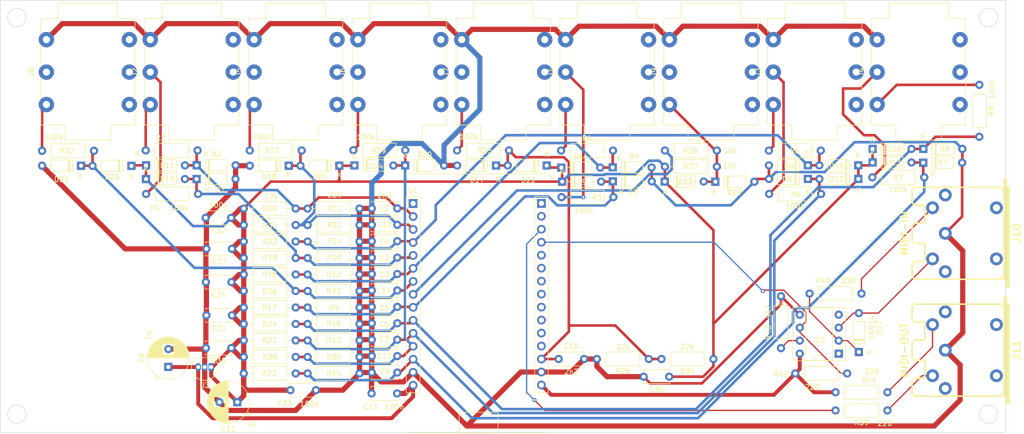
<source format=kicad_pcb>
(kicad_pcb (version 20211014) (generator pcbnew)
  (layers (0 "F.Cu" signal) (31 "B.Cu" signal) (34 "B.Paste" user) (35 "F.Paste" user) (36 "B.SilkS" user "B.Silkscreen") (37 "F.SilkS" user "F.Silkscreen") (38 "B.Mask" user) (39 "F.Mask" user) (44 "Edge.Cuts" user))
  (net 0 "")
  (net 1 "GPIO36")
  (net 2 "GND")
  (net 3 "GPIO35")
  (net 4 "GPIO32")
  (net 5 "GPIO34")
  (net 6 "GPIO27")
  (net 7 "GPIO26")
  (net 8 "GPIO14")
  (net 9 "5V")
  (net 10 "GPIO13")
  (net 11 "GPIO15")
  (net 12 "3V3")
  (net 13 "GPIO39")
  (net 14 "GPIO12")
  (net 15 "GPIO33")
  (net 16 "HI-HAT-CONTROL-TIP")
  (net 17 "Net-(D27-Pad1)")
  (net 18 "Net-(D27-Pad2)")
  (net 19 "HI-HAT-TIP")
  (net 20 "HI-HAT-RING")
  (net 21 "SNARE-TIP")
  (net 22 "SNARE-RING")
  (net 23 "CRASH1-TIP")
  (net 24 "CRASH1-RING")
  (net 25 "RIDE-TIP")
  (net 26 "RIDE-RING")
  (net 27 "TOM1-TIP")
  (net 29 "TOM2-TIP")
  (net 31 "TOM3-TIP")
  (net 33 "KICK-TIP")
  (net 37 "Net-(J10-Pad4)")
  (net 39 "Net-(J11-Pad5)")
  (net 41 "Net-(J11-Pad4)")
  (net 43 "GPIO25")
  (net 44 "UART_TX")
  (net 45 "UART_RX")
  (net 46 "Net-(R43-Pad2)")
  (net 48 "ESP-3V3")
  (footprint "Resistor_THT:R_Axial_DIN0207_L6.3mm_D2.5mm_P10.16mm_Horizontal" (layer "F.Cu") (at 73.682397 87.372454)
    (fp_text reference "R36")
    (fp_text value "22k")
  )
  (footprint "Resistor_THT:R_Axial_DIN0207_L6.3mm_D2.5mm_P10.16mm_Horizontal" (layer "F.Cu") (at 135.863676 69.005292)
    (fp_text reference "R3")
    (fp_text value "100k")
  )
  (footprint "edrumulus:Jack_6.35mm_Neutrik_NMJ6HCD2_Horizontal" (layer "F.Cu") (at 197.625 50.885 90)
    (fp_text reference "J4")
    (fp_text value "Ride")
  )
  (footprint "Resistor_THT:R_Axial_DIN0207_L6.3mm_D2.5mm_P10.16mm_Horizontal" (layer "F.Cu") (at 125.58702 59.865836 180)
    (fp_text reference "R25")
    (fp_text value "100k")
  )
  (footprint "Resistor_THT:R_Axial_DIN0207_L6.3mm_D2.5mm_P10.16mm_Horizontal" (layer "F.Cu") (at 199.644 110.744 180)
    (fp_text reference "R39")
    (fp_text value "220")
  )
  (footprint "Diode_THT:D_DO-35_SOD27_P7.62mm_Horizontal" (layer "F.Cu") (at 41.838317 62.858807 180)
    (fp_text reference "D21")
    (fp_text value "BAT85")
  )
  (footprint "Diode_THT:D_DO-35_SOD27_P7.62mm_Horizontal" (layer "F.Cu") (at 156.070967 65.958049)
    (fp_text reference "D23")
    (fp_text value "BAT85")
  )
  (footprint "Package_TO_SOT_THT:TO-92_Inline" (layer "F.Cu") (at 67.31 102.256 180)
    (fp_text reference "U3")
    (fp_text value "L78L33_TO92")
  )
  (footprint "Resistor_THT:R_Axial_DIN0207_L6.3mm_D2.5mm_P10.16mm_Horizontal" (layer "F.Cu") (at 86.17455 100.28112)
    (fp_text reference "R30")
    (fp_text value "22k")
  )
  (footprint "Resistor_THT:R_Axial_DIN0207_L6.3mm_D2.5mm_P10.16mm_Horizontal" (layer "F.Cu") (at 189.484 107.188)
    (fp_text reference "R41")
    (fp_text value "220")
  )
  (footprint "Diode_THT:D_DO-35_SOD27_P7.62mm_Horizontal" (layer "F.Cu") (at 194.056 99.314 90)
    (fp_text reference "D27")
    (fp_text value "1N914")
  )
  (footprint "Diode_THT:D_DO-35_SOD27_P7.62mm_Horizontal" (layer "F.Cu") (at 64.447927 65.464665)
    (fp_text reference "D1")
    (fp_text value "BAT85")
  )
  (footprint "Diode_THT:D_DO-35_SOD27_P7.62mm_Horizontal" (layer "F.Cu") (at 54.551521 65.464665)
    (fp_text reference "D10")
    (fp_text value "BAT85")
  )
  (footprint "Resistor_THT:R_Axial_DIN0207_L6.3mm_D2.5mm_P10.16mm_Horizontal" (layer "F.Cu") (at 86.17455 80.924634)
    (fp_text reference "R10")
    (fp_text value "22k")
  )
  (footprint "Capacitor_THT:C_Disc_D5.0mm_W2.5mm_P5.00mm" (layer "F.Cu") (at 103.735648 90.478154 180)
    (fp_text reference "C6")
    (fp_text value "2n2")
  )
  (footprint "Resistor_THT:R_Axial_DIN0207_L6.3mm_D2.5mm_P10.16mm_Horizontal" (layer "F.Cu") (at 86.17455 97.055039)
    (fp_text reference "R13")
    (fp_text value "22k")
  )
  (footprint "Diode_THT:D_DO-35_SOD27_P7.62mm_Horizontal" (layer "F.Cu") (at 105.255725 62.811992)
    (fp_text reference "D20")
    (fp_text value "BAT85")
  )
  (footprint "Capacitor_THT:C_Disc_D5.0mm_W2.5mm_P5.00mm" (layer "F.Cu") (at 103.735648 103.323854 180)
    (fp_text reference "C9")
    (fp_text value "2n2")
  )
  (footprint "edrumulus:Jack_6.35mm_Neutrik_NMJ6HCD2_Horizontal" (layer "F.Cu") (at 96.025 50.885 90)
    (fp_text reference "J6")
    (fp_text value "Tom2")
  )
  (footprint "Capacitor_THT:CP_Radial_D8.0mm_P3.50mm" (layer "F.Cu") (at 72.429919 109.123818 180)
    (fp_text reference "C11")
    (fp_text value "1µ")
  )
  (footprint "Capacitor_THT:C_Disc_D5.0mm_W2.5mm_P5.00mm" (layer "F.Cu") (at 71.378169 92.135739 180)
    (fp_text reference "C31")
    (fp_text value "100n")
  )
  (footprint "Resistor_THT:R_Axial_DIN0207_L6.3mm_D2.5mm_P10.16mm_Horizontal" (layer "F.Cu") (at 73.682397 97.053307)
    (fp_text reference "R21")
    (fp_text value "22k")
  )
  (footprint "Capacitor_THT:C_Disc_D5.0mm_W2.5mm_P5.00mm" (layer "F.Cu") (at 103.735648 100.112423 180)
    (fp_text reference "C13")
    (fp_text value "2n2")
  )
  (footprint "Capacitor_THT:C_Disc_D5.0mm_W2.5mm_P5.00mm" (layer "F.Cu") (at 103.735648 74.421039 180)
    (fp_text reference "C12")
    (fp_text value "2n2")
  )
  (footprint "Diode_THT:D_DO-35_SOD27_P7.62mm_Horizontal" (layer "F.Cu") (at 95.347607 62.811992)
    (fp_text reference "D24")
    (fp_text value "BAT85")
  )
  (footprint "Diode_THT:D_DO-35_SOD27_P7.62mm_Horizontal" (layer "F.Cu") (at 196.734199 59.564684)
    (fp_text reference "D16")
    (fp_text value "BAT85")
  )
  (footprint "Resistor_THT:R_Axial_DIN0207_L6.3mm_D2.5mm_P10.16mm_Horizontal" (layer "F.Cu") (at 44.375789 59.938583 180)
    (fp_text reference "R32")
    (fp_text value "100k")
  )
  (footprint "edrumulus:Jack_6.35mm_Neutrik_NMJ6HCD2_Horizontal" (layer "F.Cu") (at 116.345 50.885 90)
    (fp_text reference "J7")
    (fp_text value "Tom3")
  )
  (footprint "Resistor_THT:R_Axial_DIN0207_L6.3mm_D2.5mm_P10.16mm_Horizontal" (layer "F.Cu") (at 105.291662 59.818475 180)
    (fp_text reference "R29")
    (fp_text value "100k")
  )
  (footprint "Diode_THT:D_DO-35_SOD27_P7.62mm_Horizontal" (layer "F.Cu") (at 82.485774 62.858697 180)
    (fp_text reference "D18")
    (fp_text value "BAT85")
  )
  (footprint "Capacitor_THT:C_Disc_D5.0mm_W2.5mm_P5.00mm" (layer "F.Cu") (at 103.688516 107.423026 180)
    (fp_text reference "C15")
    (fp_text value "100n")
  )
  (footprint "Capacitor_THT:C_Disc_D5.0mm_W2.5mm_P5.00mm" (layer "F.Cu") (at 71.378169 79.12652 180)
    (fp_text reference "C37")
    (fp_text value "100n")
  )
  (footprint "Connectors_UNITRA:DIN-5" (layer "F.Cu") (at 213.964658 76.088771 90)
    (fp_text reference "J10")
    (fp_text value "MIDI-IN")
  )
  (footprint "Diode_THT:D_DO-35_SOD27_P7.62mm_Horizontal" (layer "F.Cu") (at 145.872707 63.187999)
    (fp_text reference "D4")
    (fp_text value "BAT85")
  )
  (footprint "edrumulus:Jack_6.35mm_Neutrik_NMJ6HCD2_Horizontal" (layer "F.Cu") (at 177.305 50.885 90)
    (fp_text reference "J3")
    (fp_text value "Crash")
  )
  (footprint "Diode_THT:D_DO-35_SOD27_P7.62mm_Horizontal" (layer "F.Cu") (at 64.470241 62.776139)
    (fp_text reference "D2")
    (fp_text value "BAT85")
  )
  (footprint "Diode_THT:D_DO-35_SOD27_P7.62mm_Horizontal" (layer "F.Cu") (at 92.402325 62.858697 180)
    (fp_text reference "D25")
    (fp_text value "BAT85")
  )
  (footprint "Resistor_THT:R_Axial_DIN0207_L6.3mm_D2.5mm_P10.16mm_Horizontal" (layer "F.Cu") (at 86.17455 71.246391)
    (fp_text reference "R11")
    (fp_text value "22k")
  )
  (footprint "Diode_THT:D_DO-35_SOD27_P7.62mm_Horizontal" (layer "F.Cu") (at 206.68448 59.564684)
    (fp_text reference "D8")
    (fp_text value "BAT85")
  )
  (footprint "Capacitor_THT:C_Disc_D5.0mm_W2.5mm_P5.00mm" (layer "F.Cu") (at 103.735648 84.055308 180)
    (fp_text reference "C3")
    (fp_text value "2n2")
  )
  (footprint "Resistor_THT:R_Axial_DIN0207_L6.3mm_D2.5mm_P10.16mm_Horizontal" (layer "F.Cu") (at 73.682397 93.826356)
    (fp_text reference "R24")
    (fp_text value "22k")
  )
  (footprint "Resistor_THT:R_Axial_DIN0207_L6.3mm_D2.5mm_P10.16mm_Horizontal" (layer "F.Cu") (at 135.779352 59.891133)
    (fp_text reference "R4")
    (fp_text value "100k")
  )
  (footprint "Capacitor_THT:C_Disc_D5.0mm_W2.5mm_P5.00mm" (layer "F.Cu") (at 103.735648 87.266731 180)
    (fp_text reference "C14")
    (fp_text value "2n2")
  )
  (footprint "Resistor_THT:R_Axial_DIN0207_L6.3mm_D2.5mm_P10.16mm_Horizontal" (layer "F.Cu") (at 176.444212 59.894149)
    (fp_text reference "R6")
    (fp_text value "100k")
  )
  (footprint "Resistor_THT:R_Axial_DIN0207_L6.3mm_D2.5mm_P10.16mm_Horizontal" (layer "F.Cu") (at 86.17455 77.698553)
    (fp_text reference "R14")
    (fp_text value "22k")
  )
  (footprint "Diode_THT:D_DO-35_SOD27_P7.62mm_Horizontal" (layer "F.Cu") (at 54.561458 62.791674)
    (fp_text reference "D11")
    (fp_text value "BAT85")
  )
  (footprint "Resistor_THT:R_Axial_DIN0207_L6.3mm_D2.5mm_P10.16mm_Horizontal" (layer "F.Cu") (at 73.682397 84.145503)
    (fp_text reference "R18")
    (fp_text value "22k")
  )
  (footprint "Diode_THT:D_DO-35_SOD27_P7.62mm_Horizontal" (layer "F.Cu") (at 123.052154 62.81719 180)
    (fp_text reference "D17")
    (fp_text value "BAT85")
  )
  (footprint "Diode_THT:D_DO-35_SOD27_P7.62mm_Horizontal" (layer "F.Cu") (at 165.979085 65.993184)
    (fp_text reference "D19")
    (fp_text value "BAT85")
  )
  (footprint "Resistor_THT:R_Axial_DIN0207_L6.3mm_D2.5mm_P10.16mm_Horizontal" (layer "F.Cu") (at 86.17455 84.150715)
    (fp_text reference "R12")
    (fp_text value "22k")
  )
  (footprint "Resistor_THT:R_Axial_DIN0207_L6.3mm_D2.5mm_P10.16mm_Horizontal" (layer "F.Cu") (at 191.76558 103.50831 180)
    (fp_text reference "R42")
    (fp_text value "220")
  )
  (footprint "Resistor_THT:R_Axial_DIN0207_L6.3mm_D2.5mm_P10.16mm_Horizontal" (layer "F.Cu") (at 86.17455 87.376796)
    (fp_text reference "R33")
    (fp_text value "22k")
  )
  (footprint "Resistor_THT:R_Axial_DIN0207_L6.3mm_D2.5mm_P10.16mm_Horizontal" (layer "F.Cu") (at 85.02064 59.873613 180)
    (fp_text reference "R27")
    (fp_text value "100k")
  )
  (footprint "Capacitor_THT:C_Disc_D5.0mm_W2.5mm_P5.00mm" (layer "F.Cu") (at 71.273256 85.631129 180)
    (fp_text reference "C34")
    (fp_text value "100n")
  )
  (footprint "Resistor_THT:R_Axial_DIN0207_L6.3mm_D2.5mm_P10.16mm_Horizontal" (layer "F.Cu") (at 217.616362 47.03064 -90)
    (fp_text reference "R8")
    (fp_text value "100k")
  )
  (footprint "Package_DIP:DIP-8_W7.62mm_Socket" (layer "F.Cu") (at 190.107893 99.628675 180)
    (fp_text reference "U2")
    (fp_text value "6N138")
  )
  (footprint "Resistor_THT:R_Axial_DIN0207_L6.3mm_D2.5mm_P10.16mm_Horizontal" (layer "F.Cu") (at 86.17455 103.50721)
    (fp_text reference "R15")
    (fp_text value "22k")
  )
  (footprint "Resistor_THT:R_Axial_DIN0207_L6.3mm_D2.5mm_P10.16mm_Horizontal" (layer "F.Cu") (at 156.100968 59.879665)
    (fp_text reference "R28")
    (fp_text value "10k")
  )
  (footprint "Resistor_THT:R_Axial_DIN0207_L6.3mm_D2.5mm_P10.16mm_Horizontal" (layer "F.Cu") (at 196.686903 65.130095)
    (fp_text reference "R7")
    (fp_text value "100k")
  )
  (footprint "Resistor_THT:R_Axial_DIN0207_L6.3mm_D2.5mm_P10.16mm_Horizontal" (layer "F.Cu") (at 54.492099 59.857185)
    (fp_text reference "R2")
    (fp_text value "100k")
  )
  (footprint "Diode_THT:D_DO-35_SOD27_P7.62mm_Horizontal" (layer "F.Cu") (at 184.085617 65.448589 180)
    (fp_text reference "D5")
    (fp_text value "BAT85")
  )
  (footprint "edrumulus:Jack_6.35mm_Neutrik_NMJ6HCD2_Horizontal" (layer "F.Cu") (at 136.665 50.885 90)
    (fp_text reference "J1")
    (fp_text value "Hi-Hat")
  )
  (footprint "Capacitor_THT:C_Disc_D5.0mm_W2.5mm_P5.00mm" (layer "F.Cu") (at 135.295 100.68185)
    (fp_text reference "C10")
    (fp_text value "2n2")
  )
  (footprint "Diode_THT:D_DO-35_SOD27_P7.62mm_Horizontal" (layer "F.Cu") (at 184.075365 62.79582 180)
    (fp_text reference "D6")
    (fp_text value "BAT85")
  )
  (footprint "Resistor_THT:R_Axial_DIN0207_L6.3mm_D2.5mm_P10.16mm_Horizontal" (layer "F.Cu") (at 86.17455 93.828958)
    (fp_text reference "R16")
    (fp_text value "22k")
  )
  (footprint "Capacitor_THT:C_Disc_D5.0mm_W2.5mm_P5.00mm" (layer "F.Cu") (at 103.735648 93.689577 180)
    (fp_text reference "C5")
    (fp_text value "2n2")
  )
  (footprint "Diode_THT:D_DO-35_SOD27_P7.62mm_Horizontal" (layer "F.Cu") (at 193.942492 62.79582 180)
    (fp_text reference "D15")
    (fp_text value "BAT85")
  )
  (footprint "Resistor_THT:R_Axial_DIN0207_L6.3mm_D2.5mm_P10.16mm_Horizontal" (layer "F.Cu") (at 73.682397 100.280258)
    (fp_text reference "R38")
    (fp_text value "22k")
  )
  (footprint "Resistor_THT:R_Axial_DIN0207_L6.3mm_D2.5mm_P10.16mm_Horizontal" (layer "F.Cu") (at 86.17455 74.472472)
    (fp_text reference "R31")
    (fp_text value "22k")
  )
  (footprint "Diode_THT:D_DO-35_SOD27_P7.62mm_Horizontal" (layer "F.Cu") (at 135.995296 65.969613)
    (fp_text reference "D9")
    (fp_text value "BAT85")
  )
  (footprint "Diode_THT:D_DO-35_SOD27_P7.62mm_Horizontal" (layer "F.Cu") (at 193.952744 65.448589 180)
    (fp_text reference "D12")
    (fp_text value "BAT85")
  )
  (footprint "Capacitor_THT:C_Disc_D5.0mm_W2.5mm_P5.00mm" (layer "F.Cu") (at 103.735648 77.632462 180)
    (fp_text reference "C4")
    (fp_text value "2n2")
  )
  (footprint "Resistor_THT:R_Axial_DIN0207_L6.3mm_D2.5mm_P10.16mm_Horizontal" (layer "F.Cu") (at 73.682397 71.237699)
    (fp_text reference "R20")
    (fp_text value "22k")
  )
  (footprint "Resistor_THT:R_Axial_DIN0207_L6.3mm_D2.5mm_P10.16mm_Horizontal" (layer "F.Cu") (at 54.578586 68.389724)
    (fp_text reference "R1")
    (fp_text value "100k")
  )
  (footprint "Capacitor_THT:C_Disc_D5.0mm_W2.5mm_P5.00mm" (layer "F.Cu") (at 103.735648 71.209616 180)
    (fp_text reference "C1")
    (fp_text value "2n2")
  )
  (footprint "Resistor_THT:R_Axial_DIN0207_L6.3mm_D2.5mm_P10.16mm_Horizontal" (layer "F.Cu") (at 73.682397 77.691601)
    (fp_text reference "R22")
    (fp_text value "22k")
  )
  (footprint "edrumulus:Jack_6.35mm_Neutrik_NMJ6HCD2_Horizontal" (layer "F.Cu") (at 75.705 50.885 90)
    (fp_text reference "J5")
    (fp_text value "Tom1")
  )
  (footprint "Capacitor_THT:C_Disc_D5.0mm_W2.5mm_P5.00mm" (layer "F.Cu") (at 156.932 104.14 180)
    (fp_text reference "C35")
    (fp_text value "100n")
  )
  (footprint "Resistor_THT:R_Axial_DIN0207_L6.3mm_D2.5mm_P10.16mm_Horizontal" (layer "F.Cu") (at 73.682397 74.46465)
    (fp_text reference "R35")
    (fp_text value "22k")
  )
  (footprint "Diode_THT:D_DO-35_SOD27_P7.62mm_Horizontal" (layer "F.Cu") (at 51.7113 62.893942 180)
    (fp_text reference "D26")
    (fp_text value "BAT85")
  )
  (footprint "Capacitor_THT:C_Disc_D5.0mm_W2.5mm_P5.00mm" (layer "F.Cu") (at 71.232395 73.059228 180)
    (fp_text reference "C32")
    (fp_text value "100n")
  )
  (footprint "edrumulus:Jack_6.35mm_Neutrik_NMJ6HCD2_Horizontal" (layer "F.Cu") (at 55.385 50.885 90)
    (fp_text reference "J2")
    (fp_text value "Snare")
  )
  (footprint "Resistor_THT:R_Axial_DIN0207_L6.3mm_D2.5mm_P10.16mm_Horizontal" (layer "F.Cu") (at 156.100968 63.04183)
    (fp_text reference "R37")
    (fp_text value "10k")
  )
  (footprint "Resistor_THT:R_Axial_DIN0207_L6.3mm_D2.5mm_P10.16mm_Horizontal" (layer "F.Cu") (at 184.404 87.884)
    (fp_text reference "R40")
    (fp_text value "220")
  )
  (footprint "Capacitor_THT:C_Disc_D5.0mm_W2.5mm_P5.00mm" (layer "F.Cu") (at 103.735648 80.843885 180)
    (fp_text reference "C2")
    (fp_text value "2n2")
  )
  (footprint "Resistor_THT:R_Axial_DIN0207_L6.3mm_D2.5mm_P10.16mm_Horizontal" (layer "F.Cu") (at 165.591571 100.68185 180)
    (fp_text reference "R34")
    (fp_text value "22k")
  )
  (footprint "Diode_THT:D_DO-35_SOD27_P7.62mm_Horizontal" (layer "F.Cu") (at 145.903415 65.927451)
    (fp_text reference "D3")
    (fp_text value "BAT85")
  )
  (footprint "Diode_THT:D_DO-35_SOD27_P7.62mm_Horizontal" (layer "F.Cu") (at 206.642317 62.263065)
    (fp_text reference "D7")
    (fp_text value "BAT85")
  )
  (footprint "edrumulus:Jack_6.35mm_Neutrik_NMJ6HCD2_Horizontal" (layer "F.Cu") (at 156.985 50.885 90)
    (fp_text reference "J9")
    (fp_text value "Hi-Hat-Ctrl")
  )
  (footprint "Diode_THT:D_DO-35_SOD27_P7.62mm_Horizontal" (layer "F.Cu") (at 135.824048 63.223134)
    (fp_text reference "D14")
    (fp_text value "BAT85")
  )
  (footprint "Resistor_THT:R_Axial_DIN0207_L6.3mm_D2.5mm_P10.16mm_Horizontal" (layer "F.Cu") (at 73.682397 90.599405)
    (fp_text reference "R17")
    (fp_text value "22k")
  )
  (footprint "Diode_THT:D_DO-35_SOD27_P7.62mm_Horizontal" (layer "F.Cu") (at 196.734199 62.220903)
    (fp_text reference "D13")
    (fp_text value "BAT85")
  )
  (footprint "Resistor_THT:R_Axial_DIN0207_L6.3mm_D2.5mm_P10.16mm_Horizontal" (layer "F.Cu") (at 176.494158 68.378044)
    (fp_text reference "R5")
    (fp_text value "100k")
  )
  (footprint "Capacitor_THT:C_Disc_D5.0mm_W2.5mm_P5.00mm" (layer "F.Cu") (at 71.273256 98.535436 180)
    (fp_text reference "C36")
    (fp_text value "100n")
  )
  (footprint "Resistor_THT:R_Axial_DIN0207_L6.3mm_D2.5mm_P10.16mm_Horizontal" (layer "F.Cu") (at 86.17455 90.602877)
    (fp_text reference "R9")
    (fp_text value "22k")
  )
  (footprint "Capacitor_THT:CP_Radial_D8.0mm_P3.50mm" (layer "F.Cu") (at 58.928 102.236651 90)
    (fp_text reference "C8")
    (fp_text value "1µ")
  )
  (footprint "Resistor_THT:R_Axial_DIN0207_L6.3mm_D2.5mm_P10.16mm_Horizontal" (layer "F.Cu") (at 73.682397 103.50721)
    (fp_text reference "R23")
    (fp_text value "22k")
  )
  (footprint "Diode_THT:D_DO-35_SOD27_P7.62mm_Horizontal" (layer "F.Cu") (at 132.960272 62.81719 180)
    (fp_text reference "D22")
    (fp_text value "BAT85")
  )
  (footprint "Resistor_THT:R_Axial_DIN0207_L6.3mm_D2.5mm_P10.16mm_Horizontal" (layer "F.Cu") (at 178.816 88.392 -90)
    (fp_text reference "R43")
    (fp_text value "4k7")
  )
  (footprint "edrumulus:esp32_devkit_v1" (layer "F.Cu") (at 131.928674 105.769938 180)
    (fp_text reference "U1")
    (fp_text value "ESP32-DEVKIT-V1")
  )
  (footprint "Capacitor_THT:C_Disc_D5.0mm_W2.5mm_P5.00mm" (layer "F.Cu") (at 82.812824 106.779574)
    (fp_text reference "C33")
    (fp_text value "100n")
  )
  (footprint "Resistor_THT:R_Axial_DIN0207_L6.3mm_D2.5mm_P10.16mm_Horizontal" (layer "F.Cu") (at 73.682397 80.918552)
    (fp_text reference "R19")
    (fp_text value "22k")
  )
  (footprint "edrumulus:Jack_6.35mm_Neutrik_NMJ6HCD2_Horizontal" (layer "F.Cu") (at 35.065 50.885 90)
    (fp_text reference "J8")
    (fp_text value "Kick")
  )
  (footprint "Resistor_THT:R_Axial_DIN0207_L6.3mm_D2.5mm_P10.16mm_Horizontal" (layer "F.Cu") (at 152.939982 100.68185 180)
    (fp_text reference "R26")
    (fp_text value "22k")
  )
  (footprint "Connectors_UNITRA:DIN-5" (layer "F.Cu") (at 213.964658 98.948771 90)
    (fp_text reference "J11")
    (fp_text value "MIDI-OUT")
  )
  (footprint "Capacitor_THT:C_Disc_D5.0mm_W2.5mm_P5.00mm" (layer "F.Cu") (at 103.735648 96.901 180)
    (fp_text reference "C7")
    (fp_text value "2n2")
  )
  (gr_circle locked (center 219.456 111.460155) (end 221.252051 111.460155) (layer "Edge.Cuts") (width 0.1) (fill none))
  (gr_rect locked (start 26.035 30.48) (end 222.758 115.062) (layer "Edge.Cuts") (width 0.1) (fill none))
  (gr_circle locked (center 29.269749 111.460155) (end 31.0658 111.460155) (layer "Edge.Cuts") (width 0.1) (fill none))
  (gr_circle locked (center 29.269749 33.852311) (end 30.539749 35.122311) (layer "Edge.Cuts") (width 0.1) (fill none))
  (gr_circle locked (center 219.456 33.852311) (end 221.252051 33.852311) (layer "Edge.Cuts") (width 0.1) (fill none))
  (segment (start 64.454706 62.791674) (end 64.470241 62.776139) (width 0.508) (layer "F.Cu") (net 1))
  (segment (start 101.614032 69.088) (end 103.735648 71.209616) (width 0.508) (layer "F.Cu") (net 1))
  (segment (start 64.470241 62.776139) (end 64.470241 60.039043) (width 0.508) (layer "F.Cu") (net 1))
  (segment (start 103.735648 71.209616) (end 105.242352 71.209616) (width 0.508) (layer "F.Cu") (net 1))
  (segment (start 64.470241 60.039043) (end 64.652099 59.857185) (width 0.508) (layer "F.Cu") (net 1))
  (segment (start 105.242352 71.209616) (end 106.826674 72.793938) (width 0.508) (layer "F.Cu") (net 1))
  (segment (start 86.17455 71.246391) (end 83.851089 71.246391) (width 0.508) (layer "F.Cu") (net 1))
  (segment (start 62.181458 62.791674) (end 64.454706 62.791674) (width 0.508) (layer "F.Cu") (net 1))
  (segment (start 88.332941 69.088) (end 101.614032 69.088) (width 0.508) (layer "F.Cu") (net 1))
  (segment (start 83.851089 71.246391) (end 83.842397 71.237699) (width 0.508) (layer "F.Cu") (net 1))
  (segment (start 86.17455 71.246391) (end 88.332941 69.088) (width 0.508) (layer "F.Cu") (net 1))
  (segment (start 69.322306 67.628204) (end 80.232902 67.628204) (width 0.508) (layer "B.Cu") (net 1))
  (segment (start 64.470241 62.776139) (end 69.322306 67.628204) (width 0.508) (layer "B.Cu") (net 1))
  (segment (start 80.232902 67.628204) (end 83.842397 71.237699) (width 0.508) (layer "B.Cu") (net 1))
  (segment (start 96.488589 96.901) (end 96.33455 97.055039) (width 1.016) (layer "F.Cu") (net 2))
  (segment (start 116.345 38.185) (end 118.352511 36.177489) (width 1.016) (layer "F.Cu") (net 2))
  (segment (start 98.735648 100.112423) (end 96.503247 100.112423) (width 1.016) (layer "F.Cu") (net 2))
  (segment (start 96.33455 71.246391) (end 96.33455 74.472472) (width 1.016) (layer "F.Cu") (net 2))
  (segment (start 72.572 35.052) (end 75.705 38.185) (width 1.016) (layer "F.Cu") (net 2))
  (segment (start 98.735648 77.632462) (end 96.400641 77.632462) (width 1.016) (layer "F.Cu") (net 2))
  (segment (start 163.345441 105.447511) (end 153.239511 105.447511) (width 0.508) (layer "F.Cu") (net 2))
  (segment (start 66.273256 79.231433) (end 66.378169 79.12652) (width 1.016) (layer "F.Cu") (net 2))
  (segment (start 98.735648 87.266731) (end 98.735648 90.478154) (width 1.016) (layer "F.Cu") (net 2))
  (segment (start 66.378169 79.12652) (end 66.378169 73.205002) (width 1.016) (layer "F.Cu") (net 2))
  (segment (start 156.985 38.185) (end 159.61 35.56) (width 1.016) (layer "F.Cu") (net 2))
  (segment (start 96.33455 93.828958) (end 96.33455 97.055039) (width 1.016) (layer "F.Cu") (net 2))
  (segment (start 98.735648 103.323854) (end 96.517906 103.323854) (width 1.016) (layer "F.Cu") (net 2))
  (segment (start 214.30448 62.220902) (end 214.262317 62.263065) (width 0.508) (layer "F.Cu") (net 2))
  (segment (start 98.735648 93.689577) (end 98.735648 96.901) (width 1.016) (layer "F.Cu") (net 2))
  (segment (start 96.33455 84.150715) (end 96.33455 87.376796) (width 1.016) (layer "F.Cu") (net 2))
  (segment (start 83.848398 110.744) (end 70.550101 110.744) (width 1.016) (layer "F.Cu") (net 2))
  (segment (start 179.93 35.56) (end 195 35.56) (width 1.016) (layer "F.Cu") (net 2))
  (segment (start 178.816 88.392) (end 182.432675 92.008675) (width 0.508) (layer "F.Cu") (net 2))
  (segment (start 66.378169 73.205002) (end 66.232395 73.059228) (width 1.016) (layer "F.Cu") (net 2))
  (segment (start 93.062186 106.779574) (end 96.33455 103.50721) (width 1.016) (layer "F.Cu") (net 2))
  (segment (start 96.33455 74.472472) (end 96.33455 77.698553) (width 1.016) (layer "F.Cu") (net 2))
  (segment (start 96.33455 80.924634) (end 96.33455 84.150715) (width 1.016) (layer "F.Cu") (net 2))
  (segment (start 182.432675 92.008675) (end 182.487893 92.008675) (width 0.508) (layer "F.Cu") (net 2))
  (segment (start 66.04 98.768692) (end 66.273256 98.535436) (width 1.016) (layer "F.Cu") (net 2))
  (segment (start 96.503247 100.112423) (end 96.33455 100.28112) (width 1.016) (layer "F.Cu") (net 2))
  (segment (start 174.68 35.56) (end 177.305 38.185) (width 1.016) (layer "F.Cu") (net 2))
  (segment (start 70.550101 110.744) (end 68.929919 109.123818) (width 1.016) (layer "F.Cu") (net 2))
  (segment (start 214.262317 72.791112) (end 210.964658 76.088771) (width 0.508) (layer "F.Cu") (net 2))
  (segment (start 35.065 38.185) (end 38.198 35.052) (width 1.016) (layer "F.Cu") (net 2))
  (segment (start 96.459273 90.478154) (end 96.33455 90.602877) (width 1.016) (layer "F.Cu") (net 2))
  (segment (start 72.090241 65.442351) (end 72.067927 65.464665) (width 1.016) (layer "F.Cu") (net 2))
  (segment (start 66.04 106.233899) (end 66.04 102.256) (width 1.016) (layer "F.Cu") (net 2))
  (segment (start 98.688516 107.423026) (end 98.688516 103.370986) (width 1.016) (layer "F.Cu") (net 2))
  (segment (start 136.665 38.185) (end 139.29 35.56) (width 1.016) (layer "F.Cu") (net 2))
  (segment (start 87.812824 106.779574) (end 93.062186 106.779574) (width 1.016) (layer "F.Cu") (net 2))
  (segment (start 142.779982 102.139982) (end 142.779982 100.68185) (width 1.016) (layer "F.Cu") (net 2))
  (segment (start 96.33455 97.055039) (end 96.33455 100.28112) (width 1.016) (layer "F.Cu") (net 2))
  (segment (start 154.36 35.56) (end 156.985 38.185) (width 1.016) (layer "F.Cu") (net 2))
  (segment (start 159.61 35.56) (end 174.68 35.56) (width 1.016) (layer "F.Cu") (net 2))
  (segment (start 176.465617 65.448589) (end 174.14368 65.448589) (width 0.508) (layer "F.Cu") (net 2))
  (segment (start 117.344736 113.792) (end 208.788 113.792) (width 1.016) (layer "F.Cu") (net 2))
  (segment (start 178.816 89.976952) (end 163.345441 105.447511) (width 0.508) (layer "F.Cu") (net 2))
  (segment (start 96.429957 84.055308) (end 96.33455 84.150715) (width 1.016) (layer "F.Cu") (net 2))
  (segment (start 106.826674 103.273938) (end 117.344736 113.792) (width 1.016) (layer "F.Cu") (net 2))
  (segment (start 214.262317 62.263065) (end 214.262317 72.791112) (width 0.508) (layer "F.Cu") (net 2))
  (segment (start 98.735648 84.055308) (end 96.429957 84.055308) (width 1.016) (layer "F.Cu") (net 2))
  (segment (start 100.567794 105.156) (end 104.944612 105.156) (width 1.016) (layer "F.Cu") (net 2))
  (segment (start 96.371325 71.209616) (end 96.33455 71.246391) (width 1.016) (layer "F.Cu") (net 2))
  (segment (start 72.172799 62.858697) (end 72.090241 62.776139) (width 1.016) (layer "F.Cu") (net 2))
  (segment (start 98.735648 84.055308) (end 98.735648 87.266731) (width 1.016) (layer "F.Cu") (net 2))
  (segment (start 38.198 35.052) (end 52.252 35.052) (width 1.016) (layer "F.Cu") (net 2))
  (segment (start 96.33455 87.376796) (end 96.33455 90.602877) (width 1.016) (layer "F.Cu") (net 2))
  (segment (start 153.239511 105.447511) (end 151.932 104.14) (width 0.508) (layer "F.Cu") (net 2))
  (segment (start 72.090241 62.776139) (end 72.090241 65.442351) (width 1.016) (layer "F.Cu") (net 2))
  (segment (start 98.688516 103.370986) (end 98.735648 103.323854) (width 1.016) (layer "F.Cu") (net 2))
  (segment (start 176.455365 62.79582) (end 176.455365 65.438337) (width 0.508) (layer "F.Cu") (net 2))
  (segment (start 96.33455 77.698553) (end 96.33455 80.924634) (width 1.016) (layer "F.Cu") (net 2))
  (segment (start 98.735648 90.478154) (end 98.735648 93.689577) (width 1.016) (layer "F.Cu") (net 2))
  (segment (start 208.788 113.792) (end 213.868 108.712) (width 1.016) (layer "F.Cu") (net 2))
  (segment (start 78.838 35.052) (end 92.892 35.052) (width 1.016) (layer "F.Cu") (net 2))
  (segment (start 98.735648 74.421039) (end 98.735648 77.632462) (width 1.016) (layer "F.Cu") (net 2))
  (segment (start 96.385983 74.421039) (end 96.33455 74.472472) (width 1.016) (layer "F.Cu") (net 2))
  (segment (start 131.928674 103.229938) (end 127.906798 103.229938) (width 1.016) (layer "F.Cu") (net 2))
  (segment (start 98.735648 77.632462) (end 98.735648 80.843885) (width 1.016) (layer "F.Cu") (net 2))
  (segment (start 96.025 38.185) (end 99.158 35.052) (width 1.016) (layer "F.Cu") (net 2))
  (segment (start 115.426956 62.811992) (end 115.432154 62.81719) (width 1.016) (layer "F.Cu") (net 2))
  (segment (start 177.305 38.185) (end 179.93 35.56) (width 1.016) (layer "F.Cu") (net 2))
  (segment (start 214.376 79.500113) (end 214.376 95.537429) (width 1.016) (layer "F.Cu") (net 2))
  (segment (start 74.865774 62.858697) (end 72.172799 62.858697) (width 1.016) (layer "F.Cu") (net 2))
  (segment (start 72.067927 67.223696) (end 66.232395 73.059228) (width 1.016) (layer "F.Cu") (net 2))
  (segment (start 112.875725 62.811992) (end 115.426956 62.811992) (width 1.016) (layer "F.Cu") (net 2))
  (segment (start 96.473931 93.689577) (end 96.33455 93.828958) (width 1.016) (layer "F.Cu") (net 2))
  (segment (start 195 35.56) (end 197.625 38.185) (width 1.016) (layer "F.Cu") (net 2))
  (segment (start 66.04 98.768692) (end 66.04 102.256) (width 1.016) (layer "F.Cu") (net 2))
  (segment (start 140.295 100.68185) (end 142.779982 100.68185) (width 1.016) (layer "F.Cu") (net 2))
  (segment (start 98.735648 96.901) (end 96.488589 96.901) (width 1.016) (layer "F.Cu") (net 2))
  (segment (start 66.273256 98.535436) (end 66.273256 92.240652) (width 1.016) (layer "F.Cu") (net 2))
  (segment (start 72.067927 65.464665) (end 72.067927 67.223696) (width 1.016) (layer "F.Cu") (net 2))
  (segment (start 96.33455 100.28112) (end 96.33455 103.50721) (width 1.016) (layer "F.Cu") (net 2))
  (segment (start 96.517906 103.323854) (end 96.33455 103.50721) (width 1.016) (layer "F.Cu") (net 2))
  (segment (start 58.518 35.052) (end 72.572 35.052) (width 1.016) (layer "F.Cu") (net 2))
  (segment (start 99.158 35.052) (end 113.212 35.052) (width 1.016) (layer "F.Cu") (net 2))
  (segment (start 55.385 38.185) (end 58.518 35.052) (width 1.016) (layer "F.Cu") (net 2))
  (segment (start 113.212 35.052) (end 116.345 38.185) (width 1.016) (layer "F.Cu") (net 2))
  (segment (start 98.735648 71.209616) (end 96.371325 71.209616) (width 1.016) (layer "F.Cu") (net 2))
  (segment (start 87.812824 106.779574) (end 83.848398 110.744) (width 1.016) (layer "F.Cu") (net 2))
  (segment (start 58.928 98.736651) (end 66.072041 98.736651) (width 1.016) (layer "F.Cu") (net 2))
  (segment (start 98.735648 80.843885) (end 98.735648 84.055308) (width 1.016) (layer "F.Cu") (net 2))
  (segment (start 98.735648 71.209616) (end 98.735648 74.421039) (width 1.016) (layer "F.Cu") (net 2))
  (segment (start 144.78 104.14) (end 142.779982 102.139982) (width 1.016) (layer "F.Cu") (net 2))
  (segment (start 134.657489 36.177489) (end 136.665 38.185) (width 1.016) (layer "F.Cu") (net 2))
  (segment (start 96.444615 87.266731) (end 96.33455 87.376796) (width 1.016) (layer "F.Cu") (net 2))
  (segment (start 174.14368 65.448589) (end 173.599085 65.993184) (width 0.508) (layer "F.Cu") (net 2))
  (segment (start 151.932 104.14) (end 144.78 104.14) (width 1.016) (layer "F.Cu") (net 2))
  (segment (start 68.929919 109.123818) (end 66.04 106.233899) (width 1.016) (layer "F.Cu") (net 2))
  (segment (start 66.273256 85.631129) (end 66.273256 79.231433) (width 1.016) (layer "F.Cu") (net 2))
  (segment (start 98.735648 96.901) (end 98.735648 100.112423) (width 1.016) (layer "F.Cu") (net 2))
  (segment (start 98.735648 87.266731) (end 96.444615 87.266731) (width 1.016) (layer "F.Cu") (net 2))
  (segment (start 50.48603 79.12652) (end 66.378169 79.12652) (width 1.016) (layer "F.Cu") (net 2))
  (segment (start 176.455365 65.438337) (end 176.465617 65.448589) (width 0.508) (layer "F.Cu") (net 2))
  (segment (start 66.378169 85.736042) (end 66.273256 85.631129) (width 1.016) (layer "F.Cu") (net 2))
  (segment (start 127.906798 103.229938) (end 117.344736 113.792) (width 1.016) (layer "F.Cu") (net 2))
  (segment (start 98.735648 90.478154) (end 96.459273 90.478154) (width 1.016) (layer "F.Cu") (net 2))
  (segment (start 213.868 101.852113) (end 210.964658 98.948771) (width 1.016) (layer "F.Cu") (net 2))
  (segment (start 118.352511 36.177489) (end 134.657489 36.177489) (width 1.016) (layer "F.Cu") (net 2))
  (segment (start 140.295 100.68185) (end 137.746912 103.229938) (width 1.016) (layer "F.Cu") (net 2))
  (segment (start 178.816 88.392) (end 178.816 89.976952) (width 0.508) (layer "F.Cu") (net 2))
  (segment (start 96.33455 90.602877) (end 96.33455 93.828958) (width 1.016) (layer "F.Cu") (net 2))
  (segment (start 96.400641 77.632462) (end 96.33455 77.698553) (width 1.016) (layer "F.Cu") (net 2))
  (segment (start 153.492707 65.896743) (end 153.523415 65.927451) (width 0.508) (layer "F.Cu") (net 2))
  (segment (start 104.944612 105.156) (end 106.826674 103.273938) (width 1.016) (layer "F.Cu") (net 2))
  (segment (start 210.964658 76.088771) (end 214.376 79.500113) (width 1.016) (layer "F.Cu") (net 2))
  (segment (start 98.735648 103.323854) (end 100.567794 105.156) (width 1.016) (layer "F.Cu") (net 2))
  (segment (start 214.30448 59.564684) (end 214.30448 62.220902) (width 0.508) (layer "F.Cu") (net 2))
  (segment (start 98.735648 93.689577) (end 96.473931 93.689577) (width 1.016) (layer "F.Cu") (net 2))
  (segment (start 139.29 35.56) (end 154.36 35.56) (width 1.016) (layer "F.Cu") (net 2))
  (segment (start 98.735648 100.112423) (end 98.735648 103.323854) (width 1.016) (layer "F.Cu") (net 2))
  (segment (start 92.892 35.052) (end 96.025 38.185) (width 1.016) (layer "F.Cu") (net 2))
  (segment (start 66.273256 92.240652) (end 66.378169 92.135739) (width 1.016) (layer "F.Cu") (net 2))
  (segment (start 98.735648 74.421039) (end 96.385983 74.421039) (width 1.016) (layer "F.Cu") (net 2))
  (segment (start 96.415299 80.843885) (end 96.33455 80.924634) (width 1.016) (layer "F.Cu") (net 2))
  (segment (start 52.252 35.052) (end 55.385 38.185) (width 1.016) (layer "F.Cu") (net 2))
  (segment (start 214.376 95.537429) (end 210.964658 98.948771) (width 1.016) (layer "F.Cu") (net 2))
  (segment (start 137.746912 103.229938) (end 131.928674 103.229938) (width 1.016) (layer "F.Cu") (net 2))
  (segment (start 34.218317 62.858807) (end 50.48603 79.12652) (width 1.016) (layer "F.Cu") (net 2))
  (segment (start 153.492707 63.187999) (end 153.492707 65.896743) (width 0.508) (layer "F.Cu") (net 2))
  (segment (start 75.705 38.185) (end 78.838 35.052) (width 1.016) (layer "F.Cu") (net 2))
  (segment (start 98.735648 80.843885) (end 96.415299 80.843885) (width 1.016) (layer "F.Cu") (net 2))
  (segment (start 213.868 108.712) (end 213.868 101.852113) (width 1.016) (layer "F.Cu") (net 2))
  (segment (start 66.378169 92.135739) (end 66.378169 85.736042) (width 1.016) (layer "F.Cu") (net 2))
  (segment (start 168.980269 70.612) (end 158.207964 70.612) (width 0.508) (layer "B.Cu") (net 2))
  (segment (start 214.30448 59.564684) (end 212.996969 58.257173) (width 0.508) (layer "B.Cu") (net 2))
  (segment (start 187.356669 64.103331) (end 177.810875 64.103331) (width 0.508) (layer "B.Cu") (net 2))
  (segment (start 112.875725 62.811992) (end 112.875725 58.828275) (width 1.016) (layer "B.Cu") (net 2))
  (segment (start 193.202827 58.257173) (end 187.356669 64.103331) (width 0.508) (layer "B.Cu") (net 2))
  (segment (start 100.584 64.429678) (end 100.584 60.96) (width 1.016) (layer "B.Cu") (net 2))
  (segment (start 158.207964 70.612) (end 153.523415 65.927451) (width 0.508) (layer "B.Cu") (net 2))
  (segment (start 103.033036 58.510964) (end 108.574697 58.510964) (width 1.016) (layer "B.Cu") (net 2))
  (segment (start 98.735648 66.27803) (end 100.584 64.429678) (width 1.016) (layer "B.Cu") (net 2))
  (segment (start 212.996969 58.257173) (end 193.202827 58.257173) (width 0.508) (layer "B.Cu") (net 2))
  (segment (start 119.888 41.728) (end 116.345 38.185) (width 1.016) (layer "B.Cu") (net 2))
  (segment (start 119.888 51.816) (end 119.888 41.728) (width 1.016) (layer "B.Cu") (net 2))
  (segment (start 173.599085 65.993184) (end 168.980269 70.612) (width 0.508) (layer "B.Cu") (net 2))
  (segment (start 100.584 60.96) (end 103.033036 58.510964) (width 1.016) (layer "B.Cu") (net 2))
  (segment (start 112.875725 58.828275) (end 119.888 51.816) (width 1.016) (layer "B.Cu") (net 2))
  (segment (start 98.735648 71.209616) (end 98.735648 66.27803) (width 1.016) (layer "B.Cu") (net 2))
  (segment (start 177.810875 64.103331) (end 176.465617 65.448589) (width 0.508) (layer "B.Cu") (net 2))
  (segment (start 108.574697 58.510964) (end 112.875725 62.811992) (width 1.016) (layer "B.Cu") (net 2))
  (segment (start 106.396727 80.843885) (end 106.826674 80.413938) (width 0.508) (layer "F.Cu") (net 3))
  (segment (start 86.168468 80.918552) (end 86.17455 80.924634) (width 0.508) (layer "F.Cu") (net 3))
  (segment (start 103.735648 80.843885) (end 106.396727 80.843885) (width 0.508) (layer "F.Cu") (net 3))
  (segment (start 64.447927 68.099065) (end 64.738586 68.389724) (width 0.508) (layer "F.Cu") (net 3))
  (segment (start 83.842397 80.918552) (end 86.168468 80.918552) (width 0.508) (layer "F.Cu") (net 3))
  (segment (start 64.447927 65.464665) (end 64.447927 68.099065) (width 0.508) (layer "F.Cu") (net 3))
  (segment (start 62.171521 65.464665) (end 64.447927 65.464665) (width 0.508) (layer "F.Cu") (net 3))
  (segment (start 86.17455 80.924634) (end 87.482061 82.232145) (width 0.508) (layer "B.Cu") (net 3))
  (segment (start 64.738586 68.389724) (end 72.683523 68.389724) (width 0.508) (layer "B.Cu") (net 3))
  (segment (start 83.842397 79.548598) (end 83.842397 80.918552) (width 0.508) (layer "B.Cu") (net 3))
  (segment (start 102.347388 82.232145) (end 103.735648 80.843885) (width 0.508) (layer "B.Cu") (net 3))
  (segment (start 87.482061 82.232145) (end 102.347388 82.232145) (width 0.508) (layer "B.Cu") (net 3))
  (segment (start 72.683523 68.389724) (end 83.842397 79.548598) (width 0.508) (layer "B.Cu") (net 3))
  (segment (start 86.169338 84.145503) (end 86.17455 84.150715) (width 0.508) (layer "F.Cu") (net 4))
  (segment (start 145.837572 63.223134) (end 145.872707 63.187999) (width 0.508) (layer "F.Cu") (net 4))
  (segment (start 83.842397 84.145503) (end 86.169338 84.145503) (width 0.508) (layer "F.Cu") (net 4))
  (segment (start 103.735648 84.055308) (end 105.725304 84.055308) (width 0.508) (layer "F.Cu") (net 4))
  (segment (start 145.872707 63.187999) (end 145.872707 59.957778) (width 0.508) (layer "F.Cu") (net 4))
  (segment (start 145.872707 59.957778) (end 145.939352 59.891133) (width 0.508) (layer "F.Cu") (net 4))
  (segment (start 105.725304 84.055308) (end 106.826674 82.953938) (width 0.508) (layer "F.Cu") (net 4))
  (segment (start 143.444048 63.223134) (end 145.837572 63.223134) (width 0.508) (layer "F.Cu") (net 4))
  (segment (start 125.881862 64.124701) (end 131.586563 58.42) (width 0.508) (layer "B.Cu") (net 4))
  (segment (start 106.826674 82.953938) (end 125.655911 64.124701) (width 0.508) (layer "B.Cu") (net 4))
  (segment (start 102.33273 85.458226) (end 103.735648 84.055308) (width 0.508) (layer "B.Cu") (net 4))
  (segment (start 131.586563 58.42) (end 138.640914 58.42) (width 0.508) (layer "B.Cu") (net 4))
  (segment (start 125.655911 64.124701) (end 125.881862 64.124701) (width 0.508) (layer "B.Cu") (net 4))
  (segment (start 87.482061 85.458226) (end 102.33273 85.458226) (width 0.508) (layer "B.Cu") (net 4))
  (segment (start 86.17455 84.150715) (end 87.482061 85.458226) (width 0.508) (layer "B.Cu") (net 4))
  (segment (start 138.640914 58.42) (end 143.444048 63.223134) (width 0.508) (layer "B.Cu") (net 4))
  (segment (start 103.735648 77.632462) (end 106.585198 77.632462) (width 0.508) (layer "F.Cu") (net 5))
  (segment (start 186.322492 62.79582) (end 186.322492 60.175869) (width 0.508) (layer "F.Cu") (net 5))
  (segment (start 184.075365 62.79582) (end 186.322492 62.79582) (width 0.508) (layer "F.Cu") (net 5))
  (segment (start 83.849349 77.698553) (end 83.842397 77.691601) (width 0.508) (layer "F.Cu") (net 5))
  (segment (start 186.322492 60.175869) (end 186.604212 59.894149) (width 0.508) (layer "F.Cu") (net 5))
  (segment (start 86.17455 77.698553) (end 83.849349 77.698553) (width 0.508) (layer "F.Cu") (net 5))
  (segment (start 106.585198 77.632462) (end 106.826674 77.873938) (width 0.508) (layer "F.Cu") (net 5))
  (segment (start 106.826674 77.873938) (end 111.252 73.448612) (width 0.508) (layer "B.Cu") (net 5))
  (segment (start 111.252 70.572822) (end 124.928822 56.896) (width 0.508) (layer "B.Cu") (net 5))
  (segment (start 86.17455 77.698553) (end 87.482061 79.006064) (width 0.508) (layer "B.Cu") (net 5))
  (segment (start 102.362046 79.006064) (end 103.735648 77.632462) (width 0.508) (layer "B.Cu") (net 5))
  (segment (start 111.252 73.448612) (end 111.252 70.572822) (width 0.508) (layer "B.Cu") (net 5))
  (segment (start 178.175545 56.896) (end 184.075365 62.79582) (width 0.508) (layer "B.Cu") (net 5))
  (segment (start 124.928822 56.896) (end 178.175545 56.896) (width 0.508) (layer "B.Cu") (net 5))
  (segment (start 87.482061 79.006064) (end 102.362046 79.006064) (width 0.508) (layer "B.Cu") (net 5))
  (segment (start 206.68448 59.564684) (end 209.058524 57.19064) (width 0.508) (layer "F.Cu") (net 6))
  (segment (start 204.354199 59.564684) (end 206.68448 59.564684) (width 0.508) (layer "F.Cu") (net 6))
  (segment (start 209.058524 57.19064) (end 217.616362 57.19064) (width 0.508) (layer "F.Cu") (net 6))
  (segment (start 103.735648 93.689577) (end 106.251035 93.689577) (width 0.508) (layer "F.Cu") (net 6))
  (segment (start 86.17455 93.828958) (end 83.844999 93.828958) (width 0.508) (layer "F.Cu") (net 6))
  (segment (start 83.844999 93.828958) (end 83.842397 93.826356) (width 0.508) (layer "F.Cu") (net 6))
  (segment (start 106.251035 93.689577) (end 106.826674 93.113938) (width 0.508) (layer "F.Cu") (net 6))
  (segment (start 87.482061 95.136469) (end 102.288756 95.136469) (width 0.508) (layer "B.Cu") (net 6))
  (segment (start 162.183616 110.49048) (end 176.746969 95.927127) (width 0.508) (layer "B.Cu") (net 6))
  (segment (start 124.203216 110.49048) (end 162.183616 110.49048) (width 0.508) (layer "B.Cu") (net 6))
  (segment (start 176.746969 95.927127) (end 176.746969 76.436132) (width 0.508) (layer "B.Cu") (net 6))
  (segment (start 186.127101 67.056) (end 196.862883 67.056) (width 0.508) (layer "B.Cu") (net 6))
  (segment (start 196.862883 67.056) (end 204.354199 59.564684) (width 0.508) (layer "B.Cu") (net 6))
  (segment (start 102.288756 95.136469) (end 103.735648 93.689577) (width 0.508) (layer "B.Cu") (net 6))
  (segment (start 176.746969 76.436132) (end 186.127101 67.056) (width 0.508) (layer "B.Cu") (net 6))
  (segment (start 86.17455 93.828958) (end 87.482061 95.136469) (width 0.508) (layer "B.Cu") (net 6))
  (segment (start 106.826674 93.113938) (end 124.203216 110.49048) (width 0.508) (layer "B.Cu") (net 6))
  (segment (start 103.735648 90.478154) (end 106.73089 90.478154) (width 0.508) (layer "F.Cu") (net 7))
  (segment (start 145.903415 68.885031) (end 146.023676 69.005292) (width 0.508) (layer "F.Cu") (net 7))
  (segment (start 106.73089 90.478154) (end 106.826674 90.573938) (width 0.508) (layer "F.Cu") (net 7))
  (segment (start 143.615296 65.969613) (end 145.861253 65.969613) (width 0.508) (layer "F.Cu") (net 7))
  (segment (start 83.842397 90.599405) (end 86.171078 90.599405) (width 0.508) (layer "F.Cu") (net 7))
  (segment (start 145.861253 65.969613) (end 145.903415 65.927451) (width 0.508) (layer "F.Cu") (net 7))
  (segment (start 86.171078 90.599405) (end 86.17455 90.602877) (width 0.508) (layer "F.Cu") (net 7))
  (segment (start 145.903415 65.927451) (end 145.903415 68.885031) (width 0.508) (layer "F.Cu") (net 7))
  (segment (start 86.17455 90.602877) (end 87.482061 91.910388) (width 0.508) (layer "B.Cu") (net 7))
  (segment (start 128.737573 68.874427) (end 133.286185 68.874427) (width 0.508) (layer "B.Cu") (net 7))
  (segment (start 107.038062 90.573938) (end 128.737573 68.874427) (width 0.508) (layer "B.Cu") (net 7))
  (segment (start 106.826674 90.573938) (end 107.038062 90.573938) (width 0.508) (layer "B.Cu") (net 7))
  (segment (start 135.023758 70.612) (end 144.416968 70.612) (width 0.508) (layer "B.Cu") (net 7))
  (segment (start 133.286185 68.874427) (end 135.023758 70.612) (width 0.508) (layer "B.Cu") (net 7))
  (segment (start 102.303414 91.910388) (end 103.735648 90.478154) (width 0.508) (layer "B.Cu") (net 7))
  (segment (start 144.416968 70.612) (end 146.023676 69.005292) (width 0.508) (layer "B.Cu") (net 7))
  (segment (start 87.482061 91.910388) (end 102.303414 91.910388) (width 0.508) (layer "B.Cu") (net 7))
  (segment (start 184.085617 65.448589) (end 186.332744 65.448589) (width 0.508) (layer "F.Cu") (net 8))
  (segment (start 103.735648 96.901) (end 105.579612 96.901) (width 0.508) (layer "F.Cu") (net 8))
  (segment (start 105.579612 96.901) (end 106.826674 95.653938) (width 0.508) (layer "F.Cu") (net 8))
  (segment (start 186.332744 65.448589) (end 186.332744 68.05663) (width 0.508) (layer "F.Cu") (net 8))
  (segment (start 86.172818 97.053307) (end 86.17455 97.055039) (width 0.508) (layer "F.Cu") (net 8))
  (segment (start 83.842397 97.053307) (end 86.172818 97.053307) (width 0.508) (layer "F.Cu") (net 8))
  (segment (start 186.332744 68.05663) (end 186.654158 68.378044) (width 0.508) (layer "F.Cu") (net 8))
  (segment (start 101.880409 98.756239) (end 103.735648 96.901) (width 0.508) (layer "B.Cu") (net 8))
  (segment (start 177.508489 77.523713) (end 186.654158 68.378044) (width 0.508) (layer "B.Cu") (net 8))
  (segment (start 122.424736 111.252) (end 162.499048 111.252) (width 0.508) (layer "B.Cu") (net 8))
  (segment (start 106.826674 95.653938) (end 122.424736 111.252) (width 0.508) (layer "B.Cu") (net 8))
  (segment (start 177.508489 96.242559) (end 177.508489 77.523713) (width 0.508) (layer "B.Cu") (net 8))
  (segment (start 86.17455 97.055039) (end 87.87575 98.756239) (width 0.508) (layer "B.Cu") (net 8))
  (segment (start 87.87575 98.756239) (end 101.880409 98.756239) (width 0.508) (layer "B.Cu") (net 8))
  (segment (start 162.499048 111.252) (end 177.508489 96.242559) (width 0.508) (layer "B.Cu") (net 8))
  (segment (start 67.564 112.268) (end 102.616 112.268) (width 0.762) (layer "F.Cu") (net 9))
  (segment (start 106.826674 108.057326) (end 106.826674 105.813938) (width 0.762) (layer "F.Cu") (net 9))
  (segment (start 64.77 102.256) (end 58.947349 102.256) (width 0.762) (layer "F.Cu") (net 9))
  (segment (start 58.947349 102.256) (end 58.928 102.236651) (width 0.254) (layer "F.Cu") (net 9))
  (segment (start 106.826674 105.813938) (end 105.217586 107.423026) (width 1.016) (layer "F.Cu") (net 9))
  (segment (start 102.616 112.268) (end 106.826674 108.057326) (width 0.762) (layer "F.Cu") (net 9))
  (segment (start 64.77 109.474) (end 67.564 112.268) (width 0.762) (layer "F.Cu") (net 9))
  (segment (start 64.77 102.256) (end 64.77 109.474) (width 0.762) (layer "F.Cu") (net 9))
  (segment (start 105.217586 107.423026) (end 103.688516 107.423026) (width 1.016) (layer "F.Cu") (net 9))
  (segment (start 104.236758 103.323854) (end 106.826674 100.733938) (width 0.508) (layer "F.Cu") (net 10))
  (segment (start 206.642317 62.263065) (end 206.642317 64.925509) (width 0.508) (layer "F.Cu") (net 10))
  (segment (start 206.600155 62.220903) (end 206.642317 62.263065) (width 0.508) (layer "F.Cu") (net 10))
  (segment (start 83.842397 103.50721) (end 86.17455 103.50721) (width 0.508) (layer "F.Cu") (net 10))
  (segment (start 103.735648 103.323854) (end 104.236758 103.323854) (width 0.508) (layer "F.Cu") (net 10))
  (segment (start 206.642317 64.925509) (end 206.846903 65.130095) (width 0.508) (layer "F.Cu") (net 10))
  (segment (start 204.354199 62.220903) (end 206.600155 62.220903) (width 0.508) (layer "F.Cu") (net 10))
  (segment (start 162.56 112.268) (end 181.180382 93.647618) (width 0.508) (layer "B.Cu") (net 10))
  (segment (start 181.946303 90.701164) (end 184.126836 90.701164) (width 0.508) (layer "B.Cu") (net 10))
  (segment (start 106.826674 100.733938) (end 118.360736 112.268) (width 0.508) (layer "B.Cu") (net 10))
  (segment (start 206.846903 67.981097) (end 206.846903 65.130095) (width 0.508) (layer "B.Cu") (net 10))
  (segment (start 181.180382 91.467085) (end 181.946303 90.701164) (width 0.508) (layer "B.Cu") (net 10))
  (segment (start 87.482061 104.814721) (end 102.244781 104.814721) (width 0.508) (layer "B.Cu") (net 10))
  (segment (start 102.244781 104.814721) (end 103.735648 103.323854) (width 0.508) (layer "B.Cu") (net 10))
  (segment (start 181.180382 93.647618) (end 181.180382 91.467085) (width 0.508) (layer "B.Cu") (net 10))
  (segment (start 118.360736 112.268) (end 162.56 112.268) (width 0.508) (layer "B.Cu") (net 10))
  (segment (start 184.126836 90.701164) (end 206.846903 67.981097) (width 0.508) (layer "B.Cu") (net 10))
  (segment (start 86.17455 103.50721) (end 87.482061 104.814721) (width 0.508) (layer "B.Cu") (net 10))
  (segment (start 136.320942 61.198644) (end 126.919828 61.198644) (width 0.508) (layer "F.Cu") (net 11))
  (segment (start 152.939982 100.68185) (end 155.431571 100.68185) (width 0.508) (layer "F.Cu") (net 11))
  (segment (start 146.380939 94.122807) (end 137.302807 94.122807) (width 0.508) (layer "F.Cu") (net 11))
  (segment (start 123.052154 62.81719) (end 125.340272 62.81719) (width 0.508) (layer "F.Cu") (net 11))
  (segment (start 137.302807 62.180509) (end 136.320942 61.198644) (width 0.508) (layer "F.Cu") (net 11))
  (segment (start 131.928674 100.689938) (end 135.286912 100.689938) (width 0.508) (layer "F.Cu") (net 11))
  (segment (start 125.340272 62.81719) (end 125.340272 60.112584) (width 0.508) (layer "F.Cu") (net 11))
  (segment (start 135.286912 100.689938) (end 135.295 100.68185) (width 0.508) (layer "F.Cu") (net 11))
  (segment (start 137.302807 94.122807) (end 137.302807 62.180509) (width 0.508) (layer "F.Cu") (net 11))
  (segment (start 125.340272 60.112584) (end 125.58702 59.865836) (width 0.508) (layer "F.Cu") (net 11))
  (segment (start 131.928674 100.689938) (end 137.302807 95.315805) (width 0.508) (layer "F.Cu") (net 11))
  (segment (start 126.919828 61.198644) (end 125.58702 59.865836) (width 0.508) (layer "F.Cu") (net 11))
  (segment (start 137.302807 95.315805) (end 137.302807 94.122807) (width 0.508) (layer "F.Cu") (net 11))
  (segment (start 152.939982 100.68185) (end 146.380939 94.122807) (width 0.508) (layer "F.Cu") (net 11))
  (segment (start 74.267574 106.779574) (end 82.812824 106.779574) (width 1.016) (layer "F.Cu") (net 12))
  (segment (start 196.159282 62.79582) (end 196.734199 62.220903) (width 0.508) (layer "F.Cu") (net 12))
  (segment (start 73.682397 87.372454) (end 73.682397 90.599405) (width 1.016) (layer "F.Cu") (net 12))
  (segment (start 78.950483 65.969613) (end 92.018387 65.969613) (width 0.508) (layer "F.Cu") (net 12))
  (segment (start 73.170201 80.918552) (end 71.378169 79.12652) (width 1.016) (layer "F.Cu") (net 12))
  (segment (start 72.914503 90.599405) (end 71.378169 92.135739) (width 1.016) (layer "F.Cu") (net 12))
  (segment (start 51.813568 62.791674) (end 51.7113 62.893942) (width 0.508) (layer "F.Cu") (net 12))
  (segment (start 165.591571 100.68185) (end 165.591571 102.124429) (width 0.508) (layer "F.Cu") (net 12))
  (segment (start 73.682397 103.50721) (end 73.682397 107.87134) (width 1.016) (layer "F.Cu") (net 12))
  (segment (start 54.551521 62.801611) (end 54.561458 62.791674) (width 0.508) (layer "F.Cu") (net 12))
  (segment (start 73.682397 93.826356) (end 73.068786 93.826356) (width 1.016) (layer "F.Cu") (net 12))
  (segment (start 193.952744 62.806072) (end 193.942492 62.79582) (width 0.508) (layer "F.Cu") (net 12))
  (segment (start 67.31 102.256) (end 67.552692 102.256) (width 0.762) (layer "F.Cu") (net 12))
  (segment (start 72.755385 97.053307) (end 71.273256 98.535436) (width 1.016) (layer "F.Cu") (net 12))
  (segment (start 73.682397 80.918552) (end 73.170201 80.918552) (width 1.016) (layer "F.Cu") (net 12))
  (segment (start 196.734199 62.220903) (end 196.734199 59.564684) (width 0.508) (layer "F.Cu") (net 12))
  (segment (start 73.682397 100.280258) (end 73.018078 100.280258) (width 1.016) (layer "F.Cu") (net 12))
  (segment (start 54.551521 65.464665) (end 54.551521 62.801611) (width 0.508) (layer "F.Cu") (net 12))
  (segment (start 73.682397 90.599405) (end 72.914503 90.599405) (width 1.016) (layer "F.Cu") (net 12))
  (segment (start 73.682397 71.237699) (end 73.053924 71.237699) (width 1.016) (layer "F.Cu") (net 12))
  (segment (start 72.813088 77.691601) (end 71.378169 79.12652) (width 1.016) (layer "F.Cu") (net 12))
  (segment (start 73.682397 74.46465) (end 73.682397 77.691601) (width 1.016) (layer "F.Cu") (net 12))
  (segment (start 73.682397 90.599405) (end 73.682397 93.826356) (width 1.016) (layer "F.Cu") (net 12))
  (segment (start 73.682397 107.87134) (end 72.429919 109.123818) (width 1.016) (layer "F.Cu") (net 12))
  (segment (start 92.402325 65.585675) (end 92.018387 65.969613) (width 0.508) (layer "F.Cu") (net 12))
  (segment (start 73.068786 93.826356) (end 71.378169 92.135739) (width 1.016) (layer "F.Cu") (net 12))
  (segment (start 73.682397 103.50721) (end 73.66 103.529607) (width 1.016) (layer "F.Cu") (net 12))
  (segment (start 165.591571 100.68185) (end 165.591571 75.478653) (width 0.508) (layer "F.Cu") (net 12))
  (segment (start 73.014581 87.372454) (end 71.273256 85.631129) (width 1.016) (layer "F.Cu") (net 12))
  (segment (start 73.66 103.529607) (end 73.66 106.172) (width 1.016) (layer "F.Cu") (net 12))
  (segment (start 73.682397 100.280258) (end 73.682397 103.50721) (width 1.016) (layer "F.Cu") (net 12))
  (segment (start 73.682397 71.237699) (end 78.950483 65.969613) (width 0.508) (layer "F.Cu") (net 12))
  (segment (start 73.018078 100.280258) (end 71.273256 98.535436) (width 1.016) (layer "F.Cu") (net 12))
  (segment (start 73.682397 97.053307) (end 73.682397 100.280258) (width 1.016) (layer "F.Cu") (net 12))
  (segment (start 95.300902 62.858697) (end 95.347607 62.811992) (width 0.508) (layer "F.Cu") (net 12))
  (segment (start 135.824048 63.223134) (end 133.366216 63.223134) (width 0.508) (layer "F.Cu") (net 12))
  (segment (start 165.591571 102.124429) (end 163.576 104.14) (width 0.508) (layer "F.Cu") (net 12))
  (segment (start 54.561458 62.791674) (end 51.813568 62.791674) (width 0.508) (layer "F.Cu") (net 12))
  (segment (start 92.402325 62.858697) (end 92.402325 65.585675) (width 0.508) (layer "F.Cu") (net 12))
  (segment (start 73.682397 87.372454) (end 73.014581 87.372454) (width 1.016) (layer "F.Cu") (net 12))
  (segment (start 193.942492 62.79582) (end 196.159282 62.79582) (width 0.508) (layer "F.Cu") (net 12))
  (segment (start 73.682397 77.691601) (end 73.682397 80.918552) (width 1.016) (layer "F.Cu") (net 12))
  (segment (start 73.053924 71.237699) (end 71.232395 73.059228) (width 1.016) (layer "F.Cu") (net 12))
  (segment (start 73.682397 71.237699) (end 73.682397 74.46465) (width 1.016) (layer "F.Cu") (net 12))
  (segment (start 73.682397 93.826356) (end 73.682397 97.053307) (width 1.016) (layer "F.Cu") (net 12))
  (segment (start 165.591571 93.809762) (end 193.952744 65.448589) (width 0.508) (layer "F.Cu") (net 12))
  (segment (start 73.66 106.172) (end 74.267574 106.779574) (width 1.016) (layer "F.Cu") (net 12))
  (segment (start 92.402325 62.858697) (end 95.300902 62.858697) (width 0.508) (layer "F.Cu") (net 12))
  (segment (start 67.31 102.256) (end 67.31 104.003899) (width 0.762) (layer "F.Cu") (net 12))
  (segment (start 73.682397 77.691601) (end 72.813088 77.691601) (width 1.016) (layer "F.Cu") (net 12))
  (segment (start 67.552692 102.256) (end 71.273256 98.535436) (width 0.762) (layer "F.Cu") (net 12))
  (segment (start 72.758882 84.145503) (end 71.273256 85.631129) (width 1.016) (layer "F.Cu") (net 12))
  (segment (start 163.576 104.14) (end 156.932 104.14) (width 0.508) (layer "F.Cu") (net 12))
  (segment (start 135.995296 63.394382) (end 135.824048 63.223134) (width 0.508) (layer "F.Cu") (net 12))
  (segment (start 165.591571 75.478653) (end 156.070967 65.958049) (width 0.508) (layer "F.Cu") (net 12))
  (segment (start 156.100968 63.04183) (end 156.100968 65.928048) (width 0.508) (layer "F.Cu") (net 12))
  (segment (start 73.682397 80.918552) (end 73.682397 84.145503) (width 1.016) (layer "F.Cu") (net 12))
  (segment (start 73.682397 84.145503) (end 73.682397 87.372454) (width 1.016) (layer "F.Cu") (net 12))
  (segment (start 73.682397 97.053307) (end 72.755385 97.053307) (width 1.016) (layer "F.Cu") (net 12))
  (segment (start 73.682397 84.145503) (end 72.758882 84.145503) (width 1.016) (layer "F.Cu") (net 12))
  (segment (start 156.100968 65.928048) (end 156.070967 65.958049) (width 0.508) (layer "F.Cu") (net 12))
  (segment (start 72.637817 74.46465) (end 71.232395 73.059228) (width 1.016) (layer "F.Cu") (net 12))
  (segment (start 193.952744 65.448589) (end 193.952744 62.806072) (width 0.508) (layer "F.Cu") (net 12))
  (segment (start 135.995296 65.969613) (end 135.995296 63.394382) (width 0.508) (layer "F.Cu") (net 12))
  (segment (start 133.366216 63.223134) (end 132.960272 62.81719) (width 0.508) (layer "F.Cu") (net 12))
  (segment (start 73.682397 74.46465) (end 72.637817 74.46465) (width 1.016) (layer "F.Cu") (net 12))
  (segment (start 92.018387 65.969613) (end 135.995296 65.969613) (width 0.508) (layer "F.Cu") (net 12))
  (segment (start 67.31 104.003899) (end 72.429919 109.123818) (width 0.762) (layer "F.Cu") (net 12))
  (segment (start 150.336095 64.49551) (end 152.951117 61.880488) (width 0.508) (layer "B.Cu") (net 12))
  (segment (start 54.551521 65.464665) (end 63.762856 74.676) (width 0.508) (layer "B.Cu") (net 12))
  (segment (start 144.400598 64.49551) (end 150.336095 64.49551) (width 0.508) (layer "B.Cu") (net 12))
  (segment (start 69.615623 74.676) (end 71.232395 73.059228) (width 0.508) (layer "B.Cu") (net 12))
  (segment (start 135.995296 65.969613) (end 137.302807 64.662102) (width 0.508) (layer "B.Cu") (net 12))
  (segment (start 63.762856 74.676) (end 69.615623 74.676) (width 0.508) (layer "B.Cu") (net 12))
  (segment (start 144.234006 64.662102) (end 144.400598 64.49551) (width 0.508) (layer "B.Cu") (net 12))
  (segment (start 154.939626 61.880488) (end 156.100968 63.04183) (width 0.508) (layer "B.Cu") (net 12))
  (segment (start 137.302807 64.662102) (end 144.234006 64.662102) (width 0.508) (layer "B.Cu") (net 12))
  (segment (start 152.951117 61.880488) (end 154.939626 61.880488) (width 0.508) (layer "B.Cu") (net 12))
  (segment (start 86.166728 74.46465) (end 86.17455 74.472472) (width 0.508) (layer "F.Cu") (net 13))
  (segment (start 83.842397 74.46465) (end 86.166728 74.46465) (width 0.508) (layer "F.Cu") (net 13))
  (segment (start 105.913775 74.421039) (end 106.826674 75.333938) (width 0.508) (layer "F.Cu") (net 13))
  (segment (start 103.735648 74.421039) (end 105.913775 74.421039) (width 0.508) (layer "F.Cu") (net 13))
  (segment (start 82.485774 62.858697) (end 84.782325 62.858697) (width 0.508) (layer "F.Cu") (net 13))
  (segment (start 84.782325 60.111928) (end 85.02064 59.873613) (width 0.508) (layer "F.Cu") (net 13))
  (segment (start 84.782325 62.858697) (end 84.782325 60.111928) (width 0.508) (layer "F.Cu") (net 13))
  (segment (start 87.482061 71.956356) (end 87.482061 65.558433) (width 0.508) (layer "B.Cu") (net 13))
  (segment (start 101.958609 72.644) (end 103.735648 74.421039) (width 0.508) (layer "B.Cu") (net 13))
  (segment (start 84.973767 74.46465) (end 87.482061 71.956356) (width 0.508) (layer "B.Cu") (net 13))
  (segment (start 88.003022 72.644) (end 101.958609 72.644) (width 0.508) (layer "B.Cu") (net 13))
  (segment (start 83.842397 74.46465) (end 84.973767 74.46465) (width 0.508) (layer "B.Cu") (net 13))
  (segment (start 86.17455 74.472472) (end 88.003022 72.644) (width 0.508) (layer "B.Cu") (net 13))
  (segment (start 87.482061 65.558433) (end 84.782325 62.858697) (width 0.508) (layer "B.Cu") (net 13))
  (segment (start 86.17455 100.28112) (end 83.843259 100.28112) (width 0.508) (layer "F.Cu") (net 14))
  (segment (start 105.291662 62.776055) (end 105.255725 62.811992) (width 0.508) (layer "F.Cu") (net 14))
  (segment (start 102.967607 62.811992) (end 105.255725 62.811992) (width 0.508) (layer "F.Cu") (net 14))
  (segment (start 104.908189 100.112423) (end 106.826674 98.193938) (width 0.508) (layer "F.Cu") (net 14))
  (segment (start 105.291662 59.818475) (end 105.291662 62.776055) (width 0.508) (layer "F.Cu") (net 14))
  (segment (start 83.843259 100.28112) (end 83.842397 100.280258) (width 0.508) (layer "F.Cu") (net 14))
  (segment (start 103.735648 100.112423) (end 104.908189 100.112423) (width 0.508) (layer "F.Cu") (net 14))
  (segment (start 87.482061 101.588631) (end 102.25944 101.588631) (width 0.508) (layer "B.Cu") (net 14))
  (segment (start 106.826674 98.193938) (end 105.255725 96.622989) (width 0.508) (layer "B.Cu") (net 14))
  (segment (start 102.25944 101.588631) (end 103.735648 100.112423) (width 0.508) (layer "B.Cu") (net 14))
  (segment (start 86.17455 100.28112) (end 87.482061 101.588631) (width 0.508) (layer "B.Cu") (net 14))
  (segment (start 105.255725 96.622989) (end 105.255725 62.811992) (width 0.508) (layer "B.Cu") (net 14))
  (segment (start 41.838317 62.858807) (end 44.056165 62.858807) (width 0.508) (layer "F.Cu") (net 15))
  (segment (start 44.0913 60.223072) (end 44.375789 59.938583) (width 0.508) (layer "F.Cu") (net 15))
  (segment (start 103.735648 87.266731) (end 105.053881 87.266731) (width 0.508) (layer "F.Cu") (net 15))
  (segment (start 44.0913 62.893942) (end 44.0913 60.223072) (width 0.508) (layer "F.Cu") (net 15))
  (segment (start 86.17455 87.376796) (end 83.846739 87.376796) (width 0.508) (layer "F.Cu") (net 15))
  (segment (start 83.846739 87.376796) (end 83.842397 87.372454) (width 0.508) (layer "F.Cu") (net 15))
  (segment (start 105.053881 87.266731) (end 106.826674 85.493938) (width 0.508) (layer "F.Cu") (net 15))
  (segment (start 44.056165 62.858807) (end 44.0913 62.893942) (width 0.508) (layer "F.Cu") (net 15))
  (segment (start 64.03535 82.837992) (end 79.307935 82.837992) (width 0.508) (layer "B.Cu") (net 15))
  (segment (start 87.482061 88.684307) (end 102.318072 88.684307) (width 0.508) (layer "B.Cu") (net 15))
  (segment (start 102.318072 88.684307) (end 103.735648 87.266731) (width 0.508) (layer "B.Cu") (net 15))
  (segment (start 79.307935 82.837992) (end 83.842397 87.372454) (width 0.508) (layer "B.Cu") (net 15))
  (segment (start 86.17455 87.376796) (end 87.482061 88.684307) (width 0.508) (layer "B.Cu") (net 15))
  (segment (start 44.0913 62.893942) (end 64.03535 82.837992) (width 0.508) (layer "B.Cu") (net 15))
  (segment (start 166.260968 65.711301) (end 165.979085 65.993184) (width 0.508) (layer "F.Cu") (net 16))
  (segment (start 166.260968 63.04183) (end 166.260968 65.711301) (width 0.508) (layer "F.Cu") (net 16))
  (segment (start 165.979665 59.879665) (end 166.260968 59.879665) (width 0.508) (layer "F.Cu") (net 16))
  (segment (start 166.260968 59.879665) (end 166.260968 63.04183) (width 0.508) (layer "F.Cu") (net 16))
  (segment (start 165.979085 65.993184) (end 163.726102 65.993184) (width 0.508) (layer "F.Cu") (net 16))
  (segment (start 163.726102 65.993184) (end 163.690967 65.958049) (width 0.508) (layer "F.Cu") (net 16))
  (segment (start 156.985 50.885) (end 165.979665 59.879665) (width 0.508) (layer "F.Cu") (net 16))
  (segment (start 191.830675 97.088675) (end 194.056 99.314) (width 0.254) (layer "F.Cu") (net 17))
  (segment (start 190.107893 97.088675) (end 184.404 91.384782) (width 0.254) (layer "F.Cu") (net 17))
  (segment (start 184.404 91.384782) (end 184.404 87.884) (width 0.254) (layer "F.Cu") (net 17))
  (segment (start 190.107893 97.088675) (end 191.830675 97.088675) (width 0.254) (layer "F.Cu") (net 17))
  (segment (start 194.056 91.694) (end 197.859429 91.694) (width 0.254) (layer "F.Cu") (net 18))
  (segment (start 197.859429 91.694) (end 208.464658 81.088771) (width 0.254) (layer "F.Cu") (net 18))
  (segment (start 192.962568 91.694) (end 194.056 91.694) (width 0.254) (layer "F.Cu") (net 18))
  (segment (start 190.107893 94.548675) (end 192.962568 91.694) (width 0.254) (layer "F.Cu") (net 18))
  (segment (start 136.665 50.885) (end 136.665 59.005485) (width 0.508) (layer "F.Cu") (net 19))
  (segment (start 136.665 59.005485) (end 135.779352 59.891133) (width 0.508) (layer "F.Cu") (net 19))
  (segment (start 140.125292 69.005292) (end 140.125292 47.995292) (width 0.508) (layer "F.Cu") (net 20))
  (segment (start 140.125292 47.995292) (end 136.665 44.535) (width 0.508) (layer "F.Cu") (net 20))
  (via (at 140.125292 69.005292) (size 0.8) (drill 0.4) (layers "F.Cu" "B.Cu") (net 20))
  (segment (start 135.863676 69.005292) (end 140.125292 69.005292) (width 0.508) (layer "B.Cu") (net 20))
  (segment (start 54.492099 51.777901) (end 55.385 50.885) (width 0.508) (layer "F.Cu") (net 21))
  (segment (start 54.492099 59.857185) (end 54.492099 51.777901) (width 0.508) (layer "F.Cu") (net 21))
  (segment (start 57.392511 65.575799) (end 57.392511 46.542511) (width 0.508) (layer "F.Cu") (net 22))
  (segment (start 54.578586 68.389724) (end 57.392511 65.575799) (width 0.508) (layer "F.Cu") (net 22))
  (segment (start 57.392511 46.542511) (end 55.385 44.535) (width 0.508) (layer "F.Cu") (net 22))
  (segment (start 177.305 59.033361) (end 176.444212 59.894149) (width 0.508) (layer "F.Cu") (net 23))
  (segment (start 177.305 50.885) (end 177.305 59.033361) (width 0.508) (layer "F.Cu") (net 23))
  (segment (start 179.312511 46.542511) (end 179.312511 65.559691) (width 0.508) (layer "F.Cu") (net 24))
  (segment (start 179.312511 65.559691) (end 176.494158 68.378044) (width 0.508) (layer "F.Cu") (net 24))
  (segment (start 177.305 44.535) (end 179.312511 46.542511) (width 0.508) (layer "F.Cu") (net 24))
  (segment (start 217.616362 47.03064) (end 201.47936 47.03064) (width 0.508) (layer "F.Cu") (net 25))
  (segment (start 201.47936 47.03064) (end 197.625 50.885) (width 0.508) (layer "F.Cu") (net 25))
  (segment (start 199.136 58.885732) (end 199.136 62.680998) (width 0.508) (layer "F.Cu") (net 26))
  (segment (start 199.136 62.680998) (end 196.686903 65.130095) (width 0.508) (layer "F.Cu") (net 26))
  (segment (start 194.408 47.752) (end 190.972269 47.752) (width 0.508) (layer "F.Cu") (net 26))
  (segment (start 197.625 44.535) (end 194.408 47.752) (width 0.508) (layer "F.Cu") (net 26))
  (segment (start 197.146268 56.896) (end 199.136 58.885732) (width 0.508) (layer "F.Cu") (net 26))
  (segment (start 190.972269 47.752) (end 190.972269 52.796269) (width 0.508) (layer "F.Cu") (net 26))
  (segment (start 195.072 56.896) (end 197.146268 56.896) (width 0.508) (layer "F.Cu") (net 26))
  (segment (start 190.972269 52.796269) (end 195.072 56.896) (width 0.508) (layer "F.Cu") (net 26))
  (segment (start 74.86064 59.873613) (end 74.86064 51.72936) (width 0.508) (layer "F.Cu") (net 27))
  (segment (start 74.86064 51.72936) (end 75.705 50.885) (width 0.508) (layer "F.Cu") (net 27))
  (segment (start 96.025 50.885) (end 96.025 58.925137) (width 0.508) (layer "F.Cu") (net 29))
  (segment (start 96.025 58.925137) (end 95.131662 59.818475) (width 0.508) (layer "F.Cu") (net 29))
  (segment (start 116.345 58.947856) (end 115.42702 59.865836) (width 0.508) (layer "F.Cu") (net 31))
  (segment (start 116.345 50.885) (end 116.345 58.947856) (width 0.508) (layer "F.Cu") (net 31))
  (segment (start 34.215789 51.734211) (end 35.065 50.885) (width 0.508) (layer "F.Cu") (net 33))
  (segment (start 34.215789 59.938583) (end 34.215789 51.734211) (width 0.508) (layer "F.Cu") (net 33))
  (segment (start 194.564 87.884) (end 194.564 84.989429) (width 0.254) (layer "F.Cu") (net 37))
  (segment (start 194.564 84.989429) (end 208.464658 71.088771) (width 0.254) (layer "F.Cu") (net 37))
  (segment (start 206.439229 103.948771) (end 199.644 110.744) (width 0.254) (layer "F.Cu") (net 39))
  (segment (start 208.464658 103.948771) (end 206.439229 103.948771) (width 0.254) (layer "F.Cu") (net 39))
  (segment (start 208.464658 93.948771) (end 208.464658 98.367342) (width 0.254) (layer "F.Cu") (net 41))
  (segment (start 208.464658 98.367342) (end 199.644 107.188) (width 0.254) (layer "F.Cu") (net 41))
  (segment (start 157.408479 63.58342) (end 157.408479 61.187176) (width 0.508) (layer "B.Cu") (net 43))
  (segment (start 153.106255 64.49551) (end 156.496389 64.49551) (width 0.508) (layer "B.Cu") (net 43))
  (segment (start 156.496389 64.49551) (end 157.408479 63.58342) (width 0.508) (layer "B.Cu") (net 43))
  (segment (start 106.826674 88.033938) (end 127.162831 67.697781) (width 0.508) (layer "B.Cu") (net 43))
  (segment (start 149.903984 67.697781) (end 153.106255 64.49551) (width 0.508) (layer "B.Cu") (net 43))
  (segment (start 127.162831 67.697781) (end 149.903984 67.697781) (width 0.508) (layer "B.Cu") (net 43))
  (segment (start 157.408479 61.187176) (end 156.100968 59.879665) (width 0.508) (layer "B.Cu") (net 43))
  (segment (start 132.588 110.744) (end 130.556 108.712) (width 0.254) (layer "F.Cu") (net 44))
  (segment (start 189.484 110.744) (end 132.588 110.744) (width 0.254) (layer "F.Cu") (net 44))
  (via (at 130.556 108.712) (size 0.8) (drill 0.4) (layers "F.Cu" "B.Cu") (net 44))
  (segment (start 129.032 107.188) (end 130.556 108.712) (width 0.254) (layer "B.Cu") (net 44))
  (segment (start 131.928674 75.289938) (end 129.032 78.186612) (width 0.254) (layer "B.Cu") (net 44))
  (segment (start 129.032 78.186612) (end 129.032 107.188) (width 0.254) (layer "B.Cu") (net 44))
  (segment (start 179.360203 87.211489) (end 183.668404 91.51969) (width 0.254) (layer "F.Cu") (net 45))
  (segment (start 175.424511 87.211489) (end 179.360203 87.211489) (width 0.254) (layer "F.Cu") (net 45))
  (segment (start 182.487893 95.419179) (end 190.577024 103.50831) (width 0.254) (layer "F.Cu") (net 45))
  (segment (start 183.668404 91.51969) (end 183.668404 93.368164) (width 0.254) (layer "F.Cu") (net 45))
  (segment (start 190.577024 103.50831) (end 191.76558 103.50831) (width 0.254) (layer "F.Cu") (net 45))
  (segment (start 182.487893 94.548675) (end 182.487893 95.419179) (width 0.254) (layer "F.Cu") (net 45))
  (segment (start 183.668404 93.368164) (end 182.487893 94.548675) (width 0.254) (layer "F.Cu") (net 45))
  (segment (start 175.26 87.376) (end 175.424511 87.211489) (width 0.254) (layer "F.Cu") (net 45))
  (via (at 175.26 87.376) (size 0.8) (drill 0.4) (layers "F.Cu" "B.Cu") (net 45))
  (segment (start 131.928674 77.829938) (end 165.713938 77.829938) (width 0.254) (layer "B.Cu") (net 45))
  (segment (start 165.713938 77.829938) (end 175.26 87.376) (width 0.254) (layer "B.Cu") (net 45))
  (segment (start 182.487893 97.088675) (end 180.279325 97.088675) (width 0.254) (layer "F.Cu") (net 46))
  (segment (start 180.279325 97.088675) (end 178.816 98.552) (width 0.254) (layer "F.Cu") (net 46))
  (segment (start 182.487893 102.625997) (end 181.60558 103.50831) (width 0.762) (layer "F.Cu") (net 48))
  (segment (start 182.487893 99.628675) (end 182.487893 102.625997) (width 0.762) (layer "F.Cu") (net 48))
  (segment (start 131.928674 105.769938) (end 133.854736 107.696) (width 0.762) (layer "F.Cu") (net 48))
  (segment (start 185.28527 107.188) (end 181.60558 103.50831) (width 0.762) (layer "F.Cu") (net 48))
  (segment (start 133.854736 107.696) (end 177.41789 107.696) (width 0.762) (layer "F.Cu") (net 48))
  (segment (start 189.484 107.188) (end 185.28527 107.188) (width 0.762) (layer "F.Cu") (net 48))
  (segment (start 177.41789 107.696) (end 181.60558 103.50831) (width 0.762) (layer "F.Cu") (net 48))
)
</source>
